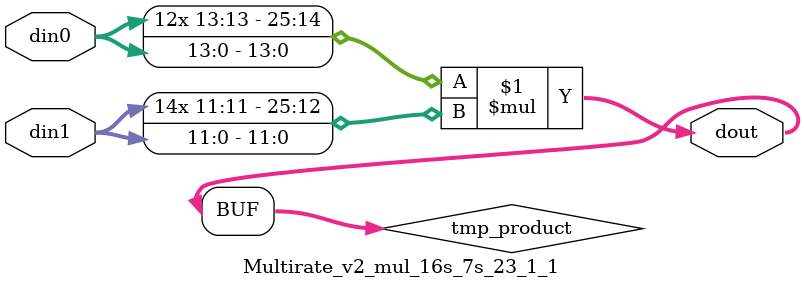
<source format=v>

`timescale 1 ns / 1 ps

 module Multirate_v2_mul_16s_7s_23_1_1(din0, din1, dout);
parameter ID = 1;
parameter NUM_STAGE = 0;
parameter din0_WIDTH = 14;
parameter din1_WIDTH = 12;
parameter dout_WIDTH = 26;

input [din0_WIDTH - 1 : 0] din0; 
input [din1_WIDTH - 1 : 0] din1; 
output [dout_WIDTH - 1 : 0] dout;

wire signed [dout_WIDTH - 1 : 0] tmp_product;



























assign tmp_product = $signed(din0) * $signed(din1);








assign dout = tmp_product;





















endmodule

</source>
